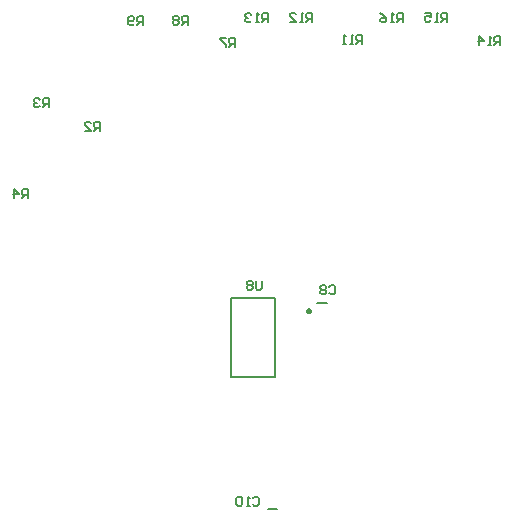
<source format=gbo>
%FSDAX24Y24*%
%MOIN*%
%SFA1B1*%

%IPPOS*%
%ADD49C,0.007900*%
%ADD50C,0.009800*%
%ADD52C,0.005000*%
%LNde-230724-1*%
%LPD*%
G54D49*
X020643Y027019D02*
X020957D01*
X018993Y020131D02*
X019307D01*
X017772Y024531D02*
Y027169D01*
Y024531D02*
X019228D01*
Y027169*
X017772D02*
X019228D01*
G54D50*
X020400Y026756D02*
D01*
X020399Y026759*
X020399Y026762*
X020398Y026766*
X020398Y026769*
X020397Y026772*
X020395Y026775*
X020394Y026779*
X020392Y026781*
X020390Y026784*
X020388Y026787*
X020386Y026790*
X020383Y026792*
X020381Y026794*
X020378Y026796*
X020375Y026798*
X020372Y026800*
X020369Y026801*
X020366Y026802*
X020362Y026803*
X020359Y026804*
X020356Y026804*
X020352Y026804*
X020349*
X020345Y026804*
X020342Y026804*
X020339Y026803*
X020335Y026802*
X020332Y026801*
X020329Y026800*
X020326Y026798*
X020323Y026796*
X020320Y026794*
X020318Y026792*
X020315Y026790*
X020313Y026787*
X020311Y026784*
X020309Y026781*
X020307Y026779*
X020306Y026775*
X020304Y026772*
X020303Y026769*
X020303Y026766*
X020302Y026762*
X020302Y026759*
X020302Y026756*
X020302Y026752*
X020302Y026749*
X020303Y026745*
X020303Y026742*
X020304Y026739*
X020306Y026736*
X020307Y026732*
X020309Y026730*
X020311Y026727*
X020313Y026724*
X020315Y026721*
X020318Y026719*
X020320Y026717*
X020323Y026715*
X020326Y026713*
X020329Y026711*
X020332Y026710*
X020335Y026709*
X020339Y026708*
X020342Y026707*
X020345Y026707*
X020349Y026707*
X020352*
X020356Y026707*
X020359Y026707*
X020362Y026708*
X020366Y026709*
X020369Y026710*
X020372Y026711*
X020375Y026713*
X020378Y026715*
X020381Y026717*
X020383Y026719*
X020386Y026721*
X020388Y026724*
X020390Y026727*
X020392Y026730*
X020394Y026732*
X020395Y026736*
X020397Y026739*
X020398Y026742*
X020398Y026745*
X020399Y026749*
X020399Y026752*
X020400Y026756*
G54D52*
X021050Y027550D02*
X021100Y027600D01*
X021200*
X021250Y027550*
Y027350*
X021200Y027300*
X021100*
X021050Y027350*
X020950Y027550D02*
X020900Y027600D01*
X020800*
X020750Y027550*
Y027500*
X020800Y027450*
X020750Y027400*
Y027350*
X020800Y027300*
X020900*
X020950Y027350*
Y027400*
X020900Y027450*
X020950Y027500*
Y027550*
X020900Y027450D02*
X020800D01*
X018500Y020500D02*
X018550Y020550D01*
X018650*
X018700Y020500*
Y020300*
X018650Y020250*
X018550*
X018500Y020300*
X018400Y020250D02*
X018300D01*
X018350*
Y020550*
X018400Y020500*
X018150D02*
X018100Y020550D01*
X018000*
X017950Y020500*
Y020300*
X018000Y020250*
X018100*
X018150Y020300*
Y020500*
X013400Y032750D02*
Y033050D01*
X013250*
X013200Y033000*
Y032900*
X013250Y032850*
X013400*
X013300D02*
X013200Y032750D01*
X012900D02*
X013100D01*
X012900Y032950*
Y033000*
X012950Y033050*
X013050*
X013100Y033000*
X011700Y033540D02*
Y033840D01*
X011550*
X011500Y033790*
Y033690*
X011550Y033640*
X011700*
X011600D02*
X011500Y033540D01*
X011400Y033790D02*
X011350Y033840D01*
X011250*
X011200Y033790*
Y033740*
X011250Y033690*
X011300*
X011250*
X011200Y033640*
Y033590*
X011250Y033540*
X011350*
X011400Y033590*
X011000Y030500D02*
Y030800D01*
X010850*
X010800Y030750*
Y030650*
X010850Y030600*
X011000*
X010900D02*
X010800Y030500D01*
X010550D02*
Y030800D01*
X010700Y030650*
X010500*
X017900Y035550D02*
Y035850D01*
X017750*
X017700Y035800*
Y035700*
X017750Y035650*
X017900*
X017800D02*
X017700Y035550D01*
X017600Y035850D02*
X017400D01*
Y035800*
X017600Y035600*
Y035550*
X016320Y036290D02*
Y036590D01*
X016170*
X016120Y036540*
Y036440*
X016170Y036390*
X016320*
X016220D02*
X016120Y036290D01*
X016020Y036540D02*
X015970Y036590D01*
X015870*
X015820Y036540*
Y036490*
X015870Y036440*
X015820Y036390*
Y036340*
X015870Y036290*
X015970*
X016020Y036340*
Y036390*
X015970Y036440*
X016020Y036490*
Y036540*
X015970Y036440D02*
X015870D01*
X014840Y036270D02*
Y036570D01*
X014690*
X014640Y036520*
Y036420*
X014690Y036370*
X014840*
X014740D02*
X014640Y036270D01*
X014540Y036320D02*
X014490Y036270D01*
X014390*
X014340Y036320*
Y036520*
X014390Y036570*
X014490*
X014540Y036520*
Y036470*
X014490Y036420*
X014340*
X022150Y035650D02*
Y035950D01*
X022000*
X021950Y035900*
Y035800*
X022000Y035750*
X022150*
X022050D02*
X021950Y035650D01*
X021850D02*
X021750D01*
X021800*
Y035950*
X021850Y035900*
X021600Y035650D02*
X021500D01*
X021550*
Y035950*
X021600Y035900*
X020470Y036390D02*
Y036690D01*
X020320*
X020270Y036640*
Y036540*
X020320Y036490*
X020470*
X020370D02*
X020270Y036390D01*
X020170D02*
X020070D01*
X020120*
Y036690*
X020170Y036640*
X019720Y036390D02*
X019920D01*
X019720Y036590*
Y036640*
X019770Y036690*
X019870*
X019920Y036640*
X018990Y036370D02*
Y036670D01*
X018840*
X018790Y036620*
Y036520*
X018840Y036470*
X018990*
X018890D02*
X018790Y036370D01*
X018690D02*
X018590D01*
X018640*
Y036670*
X018690Y036620*
X018440D02*
X018390Y036670D01*
X018290*
X018240Y036620*
Y036570*
X018290Y036520*
X018340*
X018290*
X018240Y036470*
Y036420*
X018290Y036370*
X018390*
X018440Y036420*
X026750Y035600D02*
Y035900D01*
X026600*
X026550Y035850*
Y035750*
X026600Y035700*
X026750*
X026650D02*
X026550Y035600D01*
X026450D02*
X026350D01*
X026400*
Y035900*
X026450Y035850*
X026050Y035600D02*
Y035900D01*
X026200Y035750*
X026000*
X024970Y036390D02*
Y036690D01*
X024820*
X024770Y036640*
Y036540*
X024820Y036490*
X024970*
X024870D02*
X024770Y036390D01*
X024670D02*
X024570D01*
X024620*
Y036690*
X024670Y036640*
X024220Y036690D02*
X024420D01*
Y036540*
X024320Y036590*
X024270*
X024220Y036540*
Y036440*
X024270Y036390*
X024370*
X024420Y036440*
X023490Y036370D02*
Y036670D01*
X023340*
X023290Y036620*
Y036520*
X023340Y036470*
X023490*
X023390D02*
X023290Y036370D01*
X023190D02*
X023090D01*
X023140*
Y036670*
X023190Y036620*
X022740Y036670D02*
X022840Y036620D01*
X022940Y036520*
Y036420*
X022890Y036370*
X022790*
X022740Y036420*
Y036470*
X022790Y036520*
X022940*
X018800Y027750D02*
Y027500D01*
X018750Y027450*
X018650*
X018600Y027500*
Y027750*
X018500Y027700D02*
X018450Y027750D01*
X018350*
X018300Y027700*
Y027650*
X018350Y027600*
X018300Y027550*
Y027500*
X018350Y027450*
X018450*
X018500Y027500*
Y027550*
X018450Y027600*
X018500Y027650*
Y027700*
X018450Y027600D02*
X018350D01*
M02*
</source>
